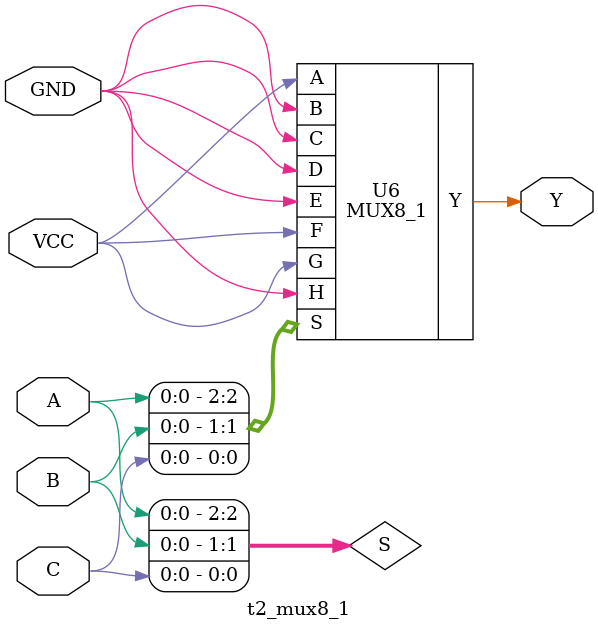
<source format=v>




module MUX2_1(input wire A, B, C, output wire Y); //A es el selector, B Y C SON INPUTS

  assign Y = A?C:B;

endmodule

module MUX4_1(input wire  A, B, C, D, input wire[1:0]S, output wire Y); // S PUEDE SER 1 O 0, SE AGREGA EL VALOR ADENTRO DE CORCHETES

  wire OUT1, OUT2;

  MUX2_1 mux1(S[0], A, B, OUT1);
  MUX2_1 mux2(S[0], C, D, OUT2);
  MUX2_1 mux3(S[1], OUT1, OUT2, Y);

endmodule

module MUX8_1(input wire A, B, C, D, E, F, G, H, input wire [2:0] S, output wire Y); // S PUEDE SER 2, 1, 0

  wire OUT1, OUT2;

  MUX4_1 mux1(A, B, C, D, S[1:0], OUT1);
  MUX4_1 mux2(E, F, G, H, S[1:0], OUT2);
  MUX2_1 mux3(S[2], OUT1, OUT2, Y);

endmodule

module t1_mux2_1(input wire A, B, C, output wire Y); // TABLA 1 CON MUX 2:1 A ES SELECTOR

  wire RES1, RES2;
  assign RES1 = (B^C);                              //REALIZAMOS XOR PARA OBTENER LOS VALORES CUANDO A = 0
  assign RES2 = ~(B^C);                             //REALIZAMOS XNOR PARA OBTENER LOS VALORES CUANDO A = 1

  MUX2_1 U1(A, RES1, RES2, Y);

endmodule

module t1_mux4_1(input wire A, B, C, output wire Y);
  wire [1:0]S;
  assign S[0] = B;
  assign S[1] = A;
  MUX4_1 U2(C, ~C, ~C, C,S[1:0], Y);
endmodule

module t1_mux8_1(input wire A, B, C, GND, VCC, output wire Y);
  wire [2:0]S;
  assign S[0] = C;
  assign S[1] = B;
  assign S[2] = A;
  MUX8_1 U3(GND, VCC, VCC, GND, VCC, GND, GND, VCC, S[2:0], Y);
endmodule

module t2_mux2_1(input wire A, B, C, output wire Y);

  wire RES1, RES2;
  assign RES1 = ~(B | C);
  assign RES2 = ~(B & C);
  MUX2_1 U3(A, RES1, RES2, Y);
endmodule

module t2_mux4_1(input wire A, B, C, GND, output wire Y);

  wire [1:0]S;
  assign S[0] = B;
  assign S[1] = A;
  MUX4_1 U5(~C, GND, C, ~C, S[1:0], Y);
endmodule

module t2_mux8_1(input wire A, B, C, GND, VCC, output wire Y);
  wire [2:0]S;
  assign S[0] = C;
  assign S[1] = B;
  assign S[2] = A;
  MUX8_1 U6(VCC, GND, GND, GND, GND, VCC, VCC, GND, S[2:0], Y);
endmodule

</source>
